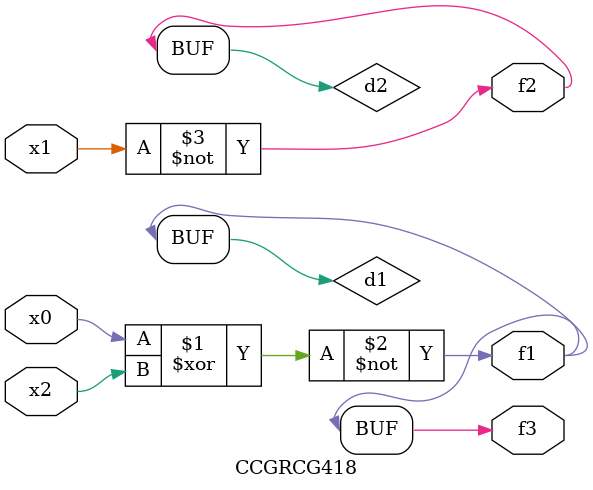
<source format=v>
module CCGRCG418(
	input x0, x1, x2,
	output f1, f2, f3
);

	wire d1, d2, d3;

	xnor (d1, x0, x2);
	nand (d2, x1);
	nor (d3, x1, x2);
	assign f1 = d1;
	assign f2 = d2;
	assign f3 = d1;
endmodule

</source>
